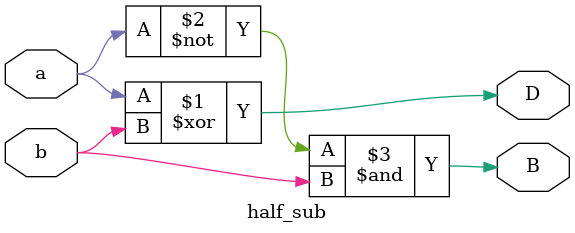
<source format=v>
`timescale 1ns / 1ps
module half_sub(input a, b, output D, B);
  assign D = a ^ b;
  assign B = ~a & b;
endmodule

</source>
